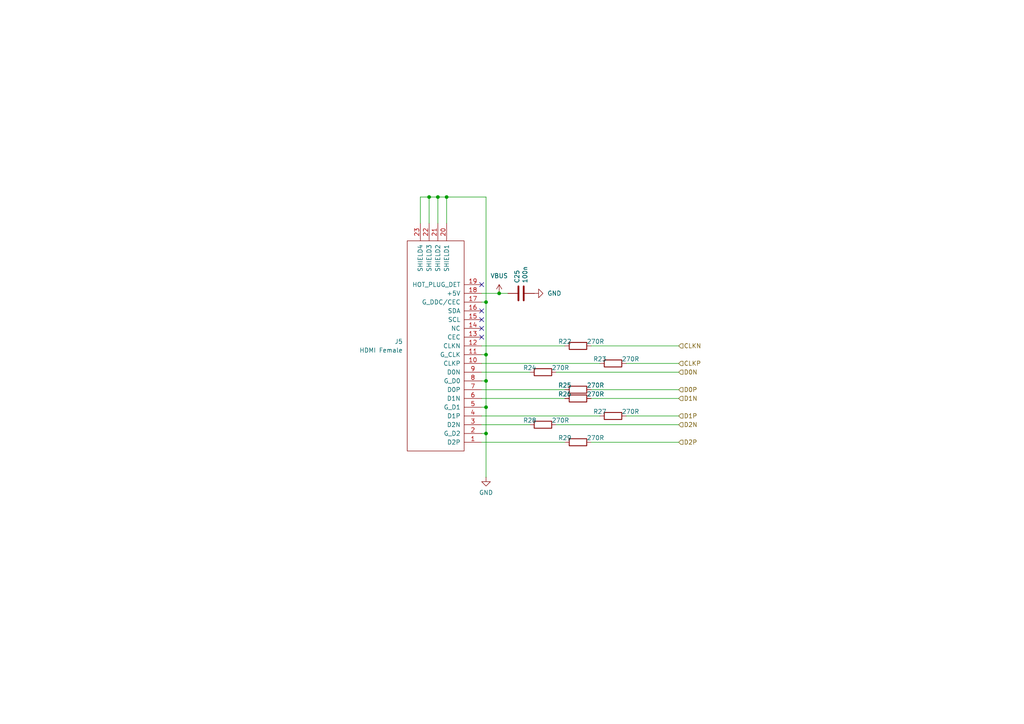
<source format=kicad_sch>
(kicad_sch (version 20250114) (generator "eeschema") (generator_version "9.0")
  (paper "A4")
  (title_block (title "${NAME}") (date "2025-06-22") (rev "${VERSION}") (company "Mikhail Matveev") (comment 1 "https://github.com/xtremespb/frank"))
  (lib_symbols
    (symbol "Device:C" (pin_numbers (hide yes)) (pin_names (offset 0.254))
      (property "Reference" "C" (at 0.635 2.54 0))
      (property "Value" "C" (at 0.635 -2.54 0))
      (symbol "C_0_1"
        (polyline (pts (xy -2.032 0.762) (xy 2.032 0.762)) (stroke (width 0.508)))
        (polyline (pts (xy -2.032 -0.762) (xy 2.032 -0.762)) (stroke (width 0.508)))
      )
      (symbol "C_1_1"
        (pin passive line (at 0 3.81 270) (length 2.794) (name "~") (number "1"))
        (pin passive line (at 0 -3.81 90) (length 2.794) (name "~") (number "2"))
      )
    )
    (symbol "Device:R" (pin_numbers (hide yes)) (pin_names (offset 0))
      (property "Reference" "R" (at 2.032 0 90))
      (property "Value" "R" (at 0 0 90))
      (symbol "R_0_1"
        (rectangle (start -1.016 -2.54) (end 1.016 2.54) (stroke (width 0.254)))
      )
      (symbol "R_1_1"
        (pin passive line (at 0 3.81 270) (length 1.27) (name "~") (number "1"))
        (pin passive line (at 0 -3.81 90) (length 1.27) (name "~") (number "2"))
      )
    )
    (symbol "FRANK:HDMI" (pin_names (offset 1.016))
      (property "Reference" "HDMI1" (at 12.7 -16.5101 0))
      (property "Value" "HDMI" (at 12.7 -13.9701 0))
      (symbol "HDMI_0_1"
        (rectangle (start -5.08 15.24) (end 11.43 -45.72))
      )
      (symbol "HDMI_1_1"
        (pin input line (at -10.16 12.7 0) (length 5.08) (name "D2P") (number "1"))
        (pin input line (at -10.16 10.16 0) (length 5.08) (name "G_D2") (number "2"))
        (pin input line (at -10.16 7.62 0) (length 5.08) (name "D2N") (number "3"))
        (pin input line (at -10.16 5.08 0) (length 5.08) (name "D1P") (number "4"))
        (pin input line (at -10.16 2.54 0) (length 5.08) (name "G_D1") (number "5"))
        (pin input line (at -10.16 0 0) (length 5.08) (name "D1N") (number "6"))
        (pin input line (at -10.16 -2.54 0) (length 5.08) (name "D0P") (number "7"))
        (pin input line (at -10.16 -5.08 0) (length 5.08) (name "G_D0") (number "8"))
        (pin input line (at -10.16 -7.62 0) (length 5.08) (name "D0N") (number "9"))
        (pin input line (at -10.16 -10.16 0) (length 5.08) (name "CLKP") (number "10"))
        (pin input line (at -10.16 -12.7 0) (length 5.08) (name "G_CLK") (number "11"))
        (pin input line (at -10.16 -15.24 0) (length 5.08) (name "CLKN") (number "12"))
        (pin input line (at -10.16 -17.78 0) (length 5.08) (name "CEC") (number "13"))
        (pin input line (at -10.16 -20.32 0) (length 5.08) (name "NC") (number "14"))
        (pin input line (at -10.16 -22.86 0) (length 5.08) (name "SCL") (number "15"))
        (pin input line (at -10.16 -25.4 0) (length 5.08) (name "SDA") (number "16"))
        (pin input line (at -10.16 -27.94 0) (length 5.08) (name "G_DDC/CEC") (number "17"))
        (pin input line (at -10.16 -30.48 0) (length 5.08) (name "+5V") (number "18"))
        (pin input line (at -10.16 -33.02 0) (length 5.08) (name "HOT_PLUG_DET") (number "19"))
        (pin input line (at 0 -50.8 90) (length 5.08) (name "SHIELD1") (number "20"))
        (pin input line (at 2.54 -50.8 90) (length 5.08) (name "SHIELD2") (number "21"))
        (pin input line (at 5.08 -50.8 90) (length 5.08) (name "SHIELD3") (number "22"))
        (pin input line (at 7.62 -50.8 90) (length 5.08) (name "SHIELD4") (number "23"))
      )
    )
    (symbol "GND_1" (power) (pin_numbers (hide yes)) (pin_names (offset 0) (hide yes))
      (property "Value" "GND" (at 0 -3.81 0))
      (symbol "GND_1_0_1"
        (polyline (pts (xy 0 0) (xy 0 -1.27) (xy 1.27 -1.27) (xy 0 -2.54) (xy -1.27 -1.27) (xy 0 -1.27)))
      )
      (symbol "GND_1_1_1"
        (pin power_in line (at 0 0 270) (length 0) (name "~") (number "1"))
      )
    )
    (symbol "power:GND" (power) (pin_numbers (hide yes)) (pin_names (offset 0) (hide yes))
      (property "Value" "GND" (at 0 -3.81 0))
      (symbol "GND_0_1"
        (polyline (pts (xy 0 0) (xy 0 -1.27) (xy 1.27 -1.27) (xy 0 -2.54) (xy -1.27 -1.27) (xy 0 -1.27)))
      )
      (symbol "GND_1_1"
        (pin power_in line (at 0 0 270) (length 0) (name "~") (number "1"))
      )
    )
    (symbol "power:VBUS" (power) (pin_numbers (hide yes)) (pin_names (offset 0) (hide yes))
      (property "Value" "VBUS" (at 0 3.556 0))
      (symbol "VBUS_0_1"
        (polyline (pts (xy -0.762 1.27) (xy 0 2.54)))
        (polyline (pts (xy 0 2.54) (xy 0.762 1.27)))
        (polyline (pts (xy 0 0) (xy 0 2.54)))
      )
      (symbol "VBUS_1_1"
        (pin power_in line (at 0 0 90) (length 0) (name "~") (number "1"))
      )
    )
  )
  (junction (at 144.78 85.09))
  (junction (at 140.97 118.11))
  (junction (at 124.46 57.15))
  (junction (at 140.97 87.63))
  (junction (at 140.97 102.87))
  (junction (at 140.97 125.73))
  (junction (at 129.54 57.15))
  (junction (at 140.97 110.49))
  (junction (at 127 57.15))
  (no_connect (at 139.7 97.79))
  (no_connect (at 139.7 92.71))
  (no_connect (at 139.7 95.25))
  (no_connect (at 139.7 82.55))
  (no_connect (at 139.7 90.17))
  (wire (pts (xy 139.7 102.87) (xy 140.97 102.87)))
  (wire (pts (xy 140.97 118.11) (xy 140.97 125.73)))
  (wire (pts (xy 139.7 113.03) (xy 163.83 113.03)))
  (wire (pts (xy 161.29 123.19) (xy 196.85 123.19)))
  (wire (pts (xy 139.7 128.27) (xy 163.83 128.27)))
  (wire (pts (xy 139.7 110.49) (xy 140.97 110.49)))
  (wire (pts (xy 140.97 57.15) (xy 129.54 57.15)))
  (wire (pts (xy 127 57.15) (xy 127 64.77)))
  (wire (pts (xy 161.29 107.95) (xy 196.85 107.95)))
  (wire (pts (xy 129.54 57.15) (xy 127 57.15)))
  (wire (pts (xy 181.61 120.65) (xy 196.85 120.65)))
  (wire (pts (xy 140.97 110.49) (xy 140.97 118.11)))
  (wire (pts (xy 140.97 102.87) (xy 140.97 110.49)))
  (wire (pts (xy 171.45 115.57) (xy 196.85 115.57)))
  (wire (pts (xy 124.46 57.15) (xy 124.46 64.77)))
  (wire (pts (xy 139.7 100.33) (xy 163.83 100.33)))
  (wire (pts (xy 139.7 85.09) (xy 144.78 85.09)))
  (wire (pts (xy 139.7 120.65) (xy 173.99 120.65)))
  (wire (pts (xy 139.7 125.73) (xy 140.97 125.73)))
  (wire (pts (xy 140.97 125.73) (xy 140.97 138.43)))
  (wire (pts (xy 171.45 100.33) (xy 196.85 100.33)))
  (wire (pts (xy 171.45 113.03) (xy 196.85 113.03)))
  (wire (pts (xy 140.97 102.87) (xy 140.97 87.63)))
  (wire (pts (xy 124.46 57.15) (xy 121.92 57.15)))
  (wire (pts (xy 139.7 118.11) (xy 140.97 118.11)))
  (wire (pts (xy 139.7 87.63) (xy 140.97 87.63)))
  (wire (pts (xy 139.7 105.41) (xy 173.99 105.41)))
  (wire (pts (xy 140.97 87.63) (xy 140.97 57.15)))
  (wire (pts (xy 144.78 85.09) (xy 147.32 85.09)))
  (wire (pts (xy 181.61 105.41) (xy 196.85 105.41)))
  (wire (pts (xy 139.7 123.19) (xy 153.67 123.19)))
  (wire (pts (xy 127 57.15) (xy 124.46 57.15)))
  (wire (pts (xy 139.7 115.57) (xy 163.83 115.57)))
  (wire (pts (xy 121.92 57.15) (xy 121.92 64.77)))
  (wire (pts (xy 129.54 57.15) (xy 129.54 64.77)))
  (wire (pts (xy 171.45 128.27) (xy 196.85 128.27)))
  (wire (pts (xy 139.7 107.95) (xy 153.67 107.95)))
  (hierarchical_label "D2P" (shape input) (at 196.85 128.27 0))
  (hierarchical_label "CLKP" (shape input) (at 196.85 105.41 0))
  (hierarchical_label "D2N" (shape input) (at 196.85 123.19 0))
  (hierarchical_label "CLKN" (shape input) (at 196.85 100.33 0))
  (hierarchical_label "D0P" (shape input) (at 196.85 113.03 0))
  (hierarchical_label "D1P" (shape input) (at 196.85 120.65 0))
  (hierarchical_label "D0N" (shape input) (at 196.85 107.95 0))
  (hierarchical_label "D1N" (shape input) (at 196.85 115.57 0))
  (symbol (lib_id "Device:R") (at 167.64 113.03 90) (unit 1)
    (property "Reference" "R25" (at 163.83 111.76 90))
    (property "Value" "270R" (at 172.72 111.76 90))
    (property "Footprint" "FRANK:Resistor (0805)" (effects (hide yes)))
    (property "Datasheet" "https://www.vishay.com/docs/28952/mcs0402at-mct0603at-mcu0805at-mca1206at.pdf" (effects (hide yes)))
    (property "AliExpress" "https://www.aliexpress.com/item/1005005945735199.html" (effects (hide yes)))
  )
  (symbol (lib_id "Device:R") (at 177.8 120.65 90) (unit 1)
    (property "Reference" "R27" (at 173.99 119.38 90))
    (property "Value" "270R" (at 182.88 119.38 90))
    (property "Footprint" "FRANK:Resistor (0805)" (effects (hide yes)))
    (property "Datasheet" "https://www.vishay.com/docs/28952/mcs0402at-mct0603at-mcu0805at-mca1206at.pdf" (effects (hide yes)))
    (property "AliExpress" "https://www.aliexpress.com/item/1005005945735199.html" (effects (hide yes)))
  )
  (symbol (lib_id "Device:R") (at 167.64 100.33 90) (unit 1)
    (property "Reference" "R22" (at 163.83 99.06 90))
    (property "Value" "270R" (at 172.72 99.06 90))
    (property "Footprint" "FRANK:Resistor (0805)" (effects (hide yes)))
    (property "Datasheet" "https://www.vishay.com/docs/28952/mcs0402at-mct0603at-mcu0805at-mca1206at.pdf" (effects (hide yes)))
    (property "AliExpress" "https://www.aliexpress.com/item/1005005945735199.html" (effects (hide yes)))
  )
  (symbol (lib_id "power:VBUS") (at 144.78 85.09 0) (unit 1)
    (property "Reference" "#PWR062" (effects (hide yes)))
    (property "Value" "VBUS" (at 144.78 80.01 0))
    (property "Description" "Power symbol creates a global label with name \"VBUS\"" (effects (hide yes)))
  )
  (symbol (lib_id "Device:R") (at 167.64 115.57 90) (unit 1)
    (property "Reference" "R26" (at 163.83 114.3 90))
    (property "Value" "270R" (at 172.72 114.3 90))
    (property "Footprint" "FRANK:Resistor (0805)" (effects (hide yes)))
    (property "Datasheet" "https://www.vishay.com/docs/28952/mcs0402at-mct0603at-mcu0805at-mca1206at.pdf" (effects (hide yes)))
    (property "AliExpress" "https://www.aliexpress.com/item/1005005945735199.html" (effects (hide yes)))
  )
  (symbol (lib_id "Device:C") (at 151.13 85.09 90) (unit 1)
    (property "Reference" "C25" (at 149.9616 82.169 0) (effects (justify left)))
    (property "Value" "100n" (at 152.273 82.169 0) (effects (justify left)))
    (property "Footprint" "FRANK:Capacitor (0805)" (effects (hide yes)))
    (property "Datasheet" "https://eu.mouser.com/datasheet/2/40/KGM_X7R-3223212.pdf" (effects (hide yes)))
    (property "AliExpress" "https://www.aliexpress.com/item/33008008276.html" (effects (hide yes)))
  )
  (symbol (lib_id "Device:R") (at 157.48 107.95 90) (unit 1)
    (property "Reference" "R24" (at 153.67 106.68 90))
    (property "Value" "270R" (at 162.56 106.68 90))
    (property "Footprint" "FRANK:Resistor (0805)" (effects (hide yes)))
    (property "Datasheet" "https://www.vishay.com/docs/28952/mcs0402at-mct0603at-mcu0805at-mca1206at.pdf" (effects (hide yes)))
    (property "AliExpress" "https://www.aliexpress.com/item/1005005945735199.html" (effects (hide yes)))
  )
  (symbol (lib_id "power:GND") (at 140.97 138.43 0) (unit 1)
    (property "Reference" "#PWR064" (effects (hide yes)))
    (property "Value" "GND" (at 140.97 142.8734 0))
    (property "Description" "Power symbol creates a global label with name \"GND\" , ground" (effects (hide yes)))
  )
  (symbol (lib_name "GND_1") (lib_id "power:GND") (at 154.94 85.09 90) (unit 1)
    (property "Reference" "#PWR063" (effects (hide yes)))
    (property "Value" "GND" (at 158.75 85.0899 90) (effects (justify right)))
    (property "Description" "Power symbol creates a global label with name \"GND\" , ground" (effects (hide yes)))
  )
  (symbol (lib_id "Device:R") (at 177.8 105.41 90) (unit 1)
    (property "Reference" "R23" (at 173.99 104.14 90))
    (property "Value" "270R" (at 182.88 104.14 90))
    (property "Footprint" "FRANK:Resistor (0805)" (effects (hide yes)))
    (property "Datasheet" "https://www.vishay.com/docs/28952/mcs0402at-mct0603at-mcu0805at-mca1206at.pdf" (effects (hide yes)))
    (property "AliExpress" "https://www.aliexpress.com/item/1005005945735199.html" (effects (hide yes)))
  )
  (symbol (lib_id "FRANK:HDMI") (at 129.54 115.57 180) (unit 1)
    (property "Reference" "J5" (at 116.84 99.0599 0) (effects (justify left)))
    (property "Value" "HDMI Female" (at 116.84 101.5999 0) (effects (justify left)))
    (property "Footprint" "FRANK:HDMI (female)" (effects (hide yes)))
    (property "Datasheet" "https://eu.mouser.com/datasheet/2/418/8/ENG_CD_1747981_G-2018509.pdf" (effects (hide yes)))
    (property "AliExpress" "https://www.aliexpress.com/item/1005005248842433.html" (effects (hide yes)))
  )
  (symbol (lib_id "Device:R") (at 167.64 128.27 90) (unit 1)
    (property "Reference" "R29" (at 163.83 127 90))
    (property "Value" "270R" (at 172.72 127 90))
    (property "Footprint" "FRANK:Resistor (0805)" (effects (hide yes)))
    (property "Datasheet" "https://www.vishay.com/docs/28952/mcs0402at-mct0603at-mcu0805at-mca1206at.pdf" (effects (hide yes)))
    (property "AliExpress" "https://www.aliexpress.com/item/1005005945735199.html" (effects (hide yes)))
  )
  (symbol (lib_id "Device:R") (at 157.48 123.19 90) (unit 1)
    (property "Reference" "R28" (at 153.67 121.92 90))
    (property "Value" "270R" (at 162.56 121.92 90))
    (property "Footprint" "FRANK:Resistor (0805)" (effects (hide yes)))
    (property "Datasheet" "https://www.vishay.com/docs/28952/mcs0402at-mct0603at-mcu0805at-mca1206at.pdf" (effects (hide yes)))
    (property "AliExpress" "https://www.aliexpress.com/item/1005005945735199.html" (effects (hide yes)))
  )
)
</source>
